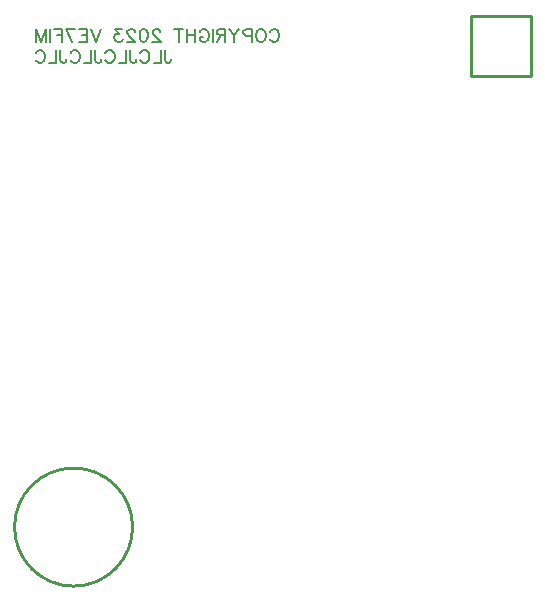
<source format=gbo>
G04 Layer: BottomSilkscreenLayer*
G04 Panelize: , Column: 2, Row: 2, Board Size: 58.42mm x 58.42mm, Panelized Board Size: 118.84mm x 118.84mm*
G04 EasyEDA v6.5.34, 2023-09-08 22:54:38*
G04 dba1fe39ed644193aaf89d91fc4d53de,5a6b42c53f6a479593ecc07194224c93,10*
G04 Gerber Generator version 0.2*
G04 Scale: 100 percent, Rotated: No, Reflected: No *
G04 Dimensions in millimeters *
G04 leading zeros omitted , absolute positions ,4 integer and 5 decimal *
%FSLAX45Y45*%
%MOMM*%

%ADD10C,0.1524*%
%ADD11C,0.1520*%
%ADD12C,0.2540*%

%LPD*%
D10*
X2741467Y5575762D02*
G01*
X2746664Y5586153D01*
X2757055Y5596544D01*
X2767444Y5601738D01*
X2788226Y5601738D01*
X2798617Y5596544D01*
X2809008Y5586153D01*
X2814205Y5575762D01*
X2819400Y5560174D01*
X2819400Y5534197D01*
X2814205Y5518612D01*
X2809008Y5508221D01*
X2798617Y5497829D01*
X2788226Y5492635D01*
X2767444Y5492635D01*
X2757055Y5497829D01*
X2746664Y5508221D01*
X2741467Y5518612D01*
X2676004Y5601738D02*
G01*
X2686395Y5596544D01*
X2696786Y5586153D01*
X2701983Y5575762D01*
X2707177Y5560174D01*
X2707177Y5534197D01*
X2701983Y5518612D01*
X2696786Y5508221D01*
X2686395Y5497829D01*
X2676004Y5492635D01*
X2655224Y5492635D01*
X2644833Y5497829D01*
X2634442Y5508221D01*
X2629245Y5518612D01*
X2624051Y5534197D01*
X2624051Y5560174D01*
X2629245Y5575762D01*
X2634442Y5586153D01*
X2644833Y5596544D01*
X2655224Y5601738D01*
X2676004Y5601738D01*
X2589761Y5601738D02*
G01*
X2589761Y5492635D01*
X2589761Y5601738D02*
G01*
X2543002Y5601738D01*
X2527414Y5596544D01*
X2522220Y5591347D01*
X2517025Y5580956D01*
X2517025Y5565371D01*
X2522220Y5554979D01*
X2527414Y5549785D01*
X2543002Y5544588D01*
X2589761Y5544588D01*
X2482735Y5601738D02*
G01*
X2441171Y5549785D01*
X2441171Y5492635D01*
X2399606Y5601738D02*
G01*
X2441171Y5549785D01*
X2365316Y5601738D02*
G01*
X2365316Y5492635D01*
X2365316Y5601738D02*
G01*
X2318557Y5601738D01*
X2302972Y5596544D01*
X2297775Y5591347D01*
X2292581Y5580956D01*
X2292581Y5570565D01*
X2297775Y5560174D01*
X2302972Y5554979D01*
X2318557Y5549785D01*
X2365316Y5549785D01*
X2328948Y5549785D02*
G01*
X2292581Y5492635D01*
X2258291Y5601738D02*
G01*
X2258291Y5492635D01*
X2146068Y5575762D02*
G01*
X2151265Y5586153D01*
X2161654Y5596544D01*
X2172045Y5601738D01*
X2192827Y5601738D01*
X2203218Y5596544D01*
X2213609Y5586153D01*
X2218804Y5575762D01*
X2224001Y5560174D01*
X2224001Y5534197D01*
X2218804Y5518612D01*
X2213609Y5508221D01*
X2203218Y5497829D01*
X2192827Y5492635D01*
X2172045Y5492635D01*
X2161654Y5497829D01*
X2151265Y5508221D01*
X2146068Y5518612D01*
X2146068Y5534197D01*
X2172045Y5534197D02*
G01*
X2146068Y5534197D01*
X2111778Y5601738D02*
G01*
X2111778Y5492635D01*
X2039043Y5601738D02*
G01*
X2039043Y5492635D01*
X2111778Y5549785D02*
G01*
X2039043Y5549785D01*
X1968385Y5601738D02*
G01*
X1968385Y5492635D01*
X2004753Y5601738D02*
G01*
X1932015Y5601738D01*
X1812521Y5575762D02*
G01*
X1812521Y5580956D01*
X1807324Y5591347D01*
X1802129Y5596544D01*
X1791738Y5601738D01*
X1770956Y5601738D01*
X1760565Y5596544D01*
X1755371Y5591347D01*
X1750174Y5580956D01*
X1750174Y5570565D01*
X1755371Y5560174D01*
X1765762Y5544588D01*
X1817715Y5492635D01*
X1744979Y5492635D01*
X1679516Y5601738D02*
G01*
X1695104Y5596544D01*
X1705495Y5580956D01*
X1710689Y5554979D01*
X1710689Y5539394D01*
X1705495Y5513415D01*
X1695104Y5497829D01*
X1679516Y5492635D01*
X1669125Y5492635D01*
X1653539Y5497829D01*
X1643148Y5513415D01*
X1637954Y5539394D01*
X1637954Y5554979D01*
X1643148Y5580956D01*
X1653539Y5596544D01*
X1669125Y5601738D01*
X1679516Y5601738D01*
X1598467Y5575762D02*
G01*
X1598467Y5580956D01*
X1593273Y5591347D01*
X1588076Y5596544D01*
X1577685Y5601738D01*
X1556905Y5601738D01*
X1546514Y5596544D01*
X1541317Y5591347D01*
X1536123Y5580956D01*
X1536123Y5570565D01*
X1541317Y5560174D01*
X1551708Y5544588D01*
X1603664Y5492635D01*
X1530926Y5492635D01*
X1486245Y5601738D02*
G01*
X1429095Y5601738D01*
X1460268Y5560174D01*
X1444683Y5560174D01*
X1434292Y5554979D01*
X1429095Y5549785D01*
X1423901Y5534197D01*
X1423901Y5523806D01*
X1429095Y5508221D01*
X1439486Y5497829D01*
X1455074Y5492635D01*
X1470660Y5492635D01*
X1486245Y5497829D01*
X1491442Y5503024D01*
X1496636Y5513415D01*
X1309601Y5601738D02*
G01*
X1268036Y5492635D01*
X1226474Y5601738D02*
G01*
X1268036Y5492635D01*
X1192184Y5601738D02*
G01*
X1192184Y5492635D01*
X1192184Y5601738D02*
G01*
X1124643Y5601738D01*
X1192184Y5549785D02*
G01*
X1150620Y5549785D01*
X1192184Y5492635D02*
G01*
X1124643Y5492635D01*
X1017615Y5601738D02*
G01*
X1069571Y5492635D01*
X1090353Y5601738D02*
G01*
X1017615Y5601738D01*
X983325Y5601738D02*
G01*
X983325Y5492635D01*
X983325Y5601738D02*
G01*
X915784Y5601738D01*
X983325Y5549785D02*
G01*
X941763Y5549785D01*
X881494Y5601738D02*
G01*
X881494Y5492635D01*
X847204Y5601738D02*
G01*
X847204Y5492635D01*
X847204Y5601738D02*
G01*
X805642Y5492635D01*
X764077Y5601738D02*
G01*
X805642Y5492635D01*
X764077Y5601738D02*
G01*
X764077Y5492635D01*
D11*
X1853044Y5423938D02*
G01*
X1853044Y5340812D01*
X1858241Y5325224D01*
X1863435Y5320029D01*
X1873826Y5314835D01*
X1884217Y5314835D01*
X1894608Y5320029D01*
X1899805Y5325224D01*
X1905000Y5340812D01*
X1905000Y5351203D01*
X1818754Y5423938D02*
G01*
X1818754Y5314835D01*
X1818754Y5314835D02*
G01*
X1756410Y5314835D01*
X1644187Y5397962D02*
G01*
X1649384Y5408353D01*
X1659775Y5418744D01*
X1670164Y5423938D01*
X1690946Y5423938D01*
X1701337Y5418744D01*
X1711728Y5408353D01*
X1716925Y5397962D01*
X1722120Y5382374D01*
X1722120Y5356397D01*
X1716925Y5340812D01*
X1711728Y5330421D01*
X1701337Y5320029D01*
X1690946Y5314835D01*
X1670164Y5314835D01*
X1659775Y5320029D01*
X1649384Y5330421D01*
X1644187Y5340812D01*
X1557944Y5423938D02*
G01*
X1557944Y5340812D01*
X1563138Y5325224D01*
X1568335Y5320029D01*
X1578724Y5314835D01*
X1589115Y5314835D01*
X1599506Y5320029D01*
X1604703Y5325224D01*
X1609897Y5340812D01*
X1609897Y5351203D01*
X1523654Y5423938D02*
G01*
X1523654Y5314835D01*
X1523654Y5314835D02*
G01*
X1461307Y5314835D01*
X1349085Y5397962D02*
G01*
X1354282Y5408353D01*
X1364673Y5418744D01*
X1375064Y5423938D01*
X1395844Y5423938D01*
X1406235Y5418744D01*
X1416626Y5408353D01*
X1421823Y5397962D01*
X1427017Y5382374D01*
X1427017Y5356397D01*
X1421823Y5340812D01*
X1416626Y5330421D01*
X1406235Y5320029D01*
X1395844Y5314835D01*
X1375064Y5314835D01*
X1364673Y5320029D01*
X1354282Y5330421D01*
X1349085Y5340812D01*
X1262842Y5423938D02*
G01*
X1262842Y5340812D01*
X1268036Y5325224D01*
X1273233Y5320029D01*
X1283624Y5314835D01*
X1294015Y5314835D01*
X1304404Y5320029D01*
X1309601Y5325224D01*
X1314795Y5340812D01*
X1314795Y5351203D01*
X1228552Y5423938D02*
G01*
X1228552Y5314835D01*
X1228552Y5314835D02*
G01*
X1166205Y5314835D01*
X1053985Y5397962D02*
G01*
X1059179Y5408353D01*
X1069571Y5418744D01*
X1079962Y5423938D01*
X1100744Y5423938D01*
X1111135Y5418744D01*
X1121524Y5408353D01*
X1126721Y5397962D01*
X1131915Y5382374D01*
X1131915Y5356397D01*
X1126721Y5340812D01*
X1121524Y5330421D01*
X1111135Y5320029D01*
X1100744Y5314835D01*
X1079962Y5314835D01*
X1069571Y5320029D01*
X1059179Y5330421D01*
X1053985Y5340812D01*
X967739Y5423938D02*
G01*
X967739Y5340812D01*
X972934Y5325224D01*
X978131Y5320029D01*
X988522Y5314835D01*
X998913Y5314835D01*
X1009304Y5320029D01*
X1014498Y5325224D01*
X1019695Y5340812D01*
X1019695Y5351203D01*
X933450Y5423938D02*
G01*
X933450Y5314835D01*
X933450Y5314835D02*
G01*
X871105Y5314835D01*
X758883Y5397962D02*
G01*
X764077Y5408353D01*
X774468Y5418744D01*
X784860Y5423938D01*
X805642Y5423938D01*
X816033Y5418744D01*
X826424Y5408353D01*
X831618Y5397962D01*
X836815Y5382374D01*
X836815Y5356397D01*
X831618Y5340812D01*
X826424Y5330421D01*
X816033Y5320029D01*
X805642Y5314835D01*
X784860Y5314835D01*
X774468Y5320029D01*
X764077Y5330421D01*
X758883Y5340812D01*
D12*
G75*
G01
X1579499Y1384300D02*
G03X1579499Y1384300I-499999J0D01*
X4445000Y5715000D02*
G01*
X4953000Y5715000D01*
X4953000Y5207000D01*
X4445000Y5207000D01*
X4445000Y5715000D01*
M02*

</source>
